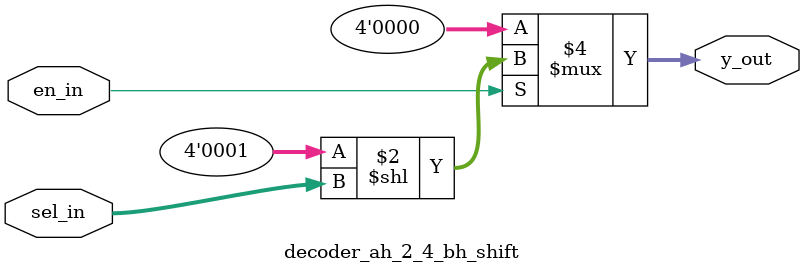
<source format=v>
module decoder_ah_2_4_bh_shift(y_out, sel_in, en_in);

input [1:0] sel_in;
input en_in;

output reg[3:0] y_out;

always@* begin

if (en_in)  y_out = (4'b0001 << sel_in);
else        y_out = 4'b0000;

end
endmodule

</source>
